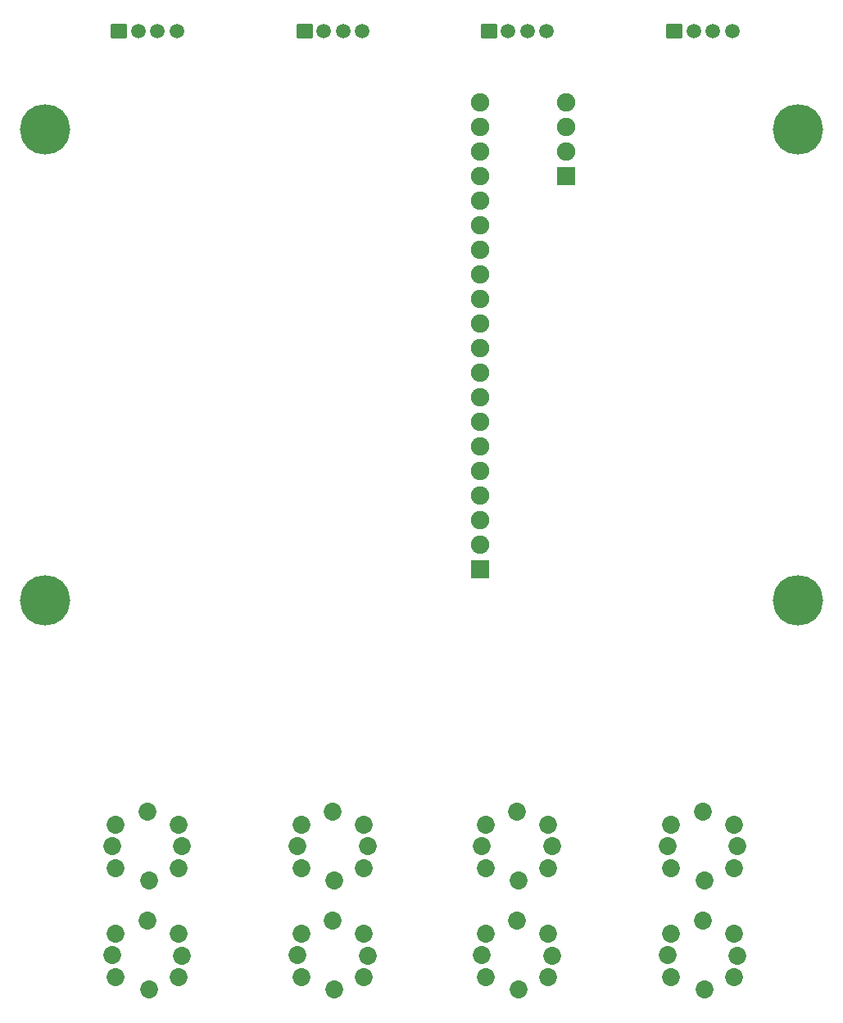
<source format=gbs>
G04 Layer: BottomSolderMaskLayer*
G04 EasyEDA v6.5.29, 2023-07-18 10:40:53*
G04 4c059b13f8394eaabd7c1ccd551ef848,5a6b42c53f6a479593ecc07194224c93,10*
G04 Gerber Generator version 0.2*
G04 Scale: 100 percent, Rotated: No, Reflected: No *
G04 Dimensions in millimeters *
G04 leading zeros omitted , absolute positions ,4 integer and 5 decimal *
%FSLAX45Y45*%
%MOMM*%

%AMMACRO1*1,1,$1,$2,$3*1,1,$1,$4,$5*1,1,$1,0-$2,0-$3*1,1,$1,0-$4,0-$5*20,1,$1,$2,$3,$4,$5,0*20,1,$1,$4,$5,0-$2,0-$3,0*20,1,$1,0-$2,0-$3,0-$4,0-$5,0*20,1,$1,0-$4,0-$5,$2,$3,0*4,1,4,$2,$3,$4,$5,0-$2,0-$3,0-$4,0-$5,$2,$3,0*%
%ADD10C,1.9016*%
%ADD11MACRO1,0.1016X0.85X0.9X0.85X-0.9*%
%ADD12MACRO1,0.1016X0.9X-0.9X0.9X0.9*%
%ADD13C,1.8532*%
%ADD14C,1.5016*%
%ADD15MACRO1,0.1016X-0.762X0.7X0.762X0.7*%
%ADD16C,5.2032*%

%LPD*%
D10*
G01*
X6021095Y10153192D03*
D11*
G01*
X6021094Y9391192D03*
D10*
G01*
X6021095Y9645192D03*
G01*
X6021095Y9899192D03*
G01*
X5132095Y10153192D03*
D12*
G01*
X5132095Y5327192D03*
D10*
G01*
X5132095Y5581192D03*
G01*
X5132095Y5835192D03*
G01*
X5132095Y6089192D03*
G01*
X5132095Y6343192D03*
G01*
X5132095Y6597192D03*
G01*
X5132095Y6851192D03*
G01*
X5132095Y7105192D03*
G01*
X5132095Y7359192D03*
G01*
X5132095Y7613192D03*
G01*
X5132095Y7867192D03*
G01*
X5132095Y8121192D03*
G01*
X5132095Y8375192D03*
G01*
X5132095Y8629192D03*
G01*
X5132095Y8883192D03*
G01*
X5132095Y9137192D03*
G01*
X5132095Y9391192D03*
G01*
X5132095Y9645192D03*
G01*
X5132095Y9899192D03*
D13*
G01*
X2019300Y2235200D03*
G01*
X1369288Y2235200D03*
G01*
X2019300Y2685211D03*
G01*
X1369288Y2685211D03*
G01*
X1694306Y2820187D03*
G01*
X2054301Y2460193D03*
G01*
X1714500Y2108200D03*
G01*
X1333500Y2463800D03*
G01*
X3937000Y2235200D03*
G01*
X3286988Y2235200D03*
G01*
X3937000Y2685211D03*
G01*
X3286988Y2685211D03*
G01*
X3612006Y2820187D03*
G01*
X3972001Y2460193D03*
G01*
X3632200Y2108200D03*
G01*
X3251200Y2463800D03*
G01*
X5842000Y2235200D03*
G01*
X5191988Y2235200D03*
G01*
X5842000Y2685211D03*
G01*
X5191988Y2685211D03*
G01*
X5517006Y2820187D03*
G01*
X5877001Y2460193D03*
G01*
X5537200Y2108200D03*
G01*
X5156200Y2463800D03*
G01*
X7759700Y2235200D03*
G01*
X7109688Y2235200D03*
G01*
X7759700Y2685211D03*
G01*
X7109688Y2685211D03*
G01*
X7434706Y2820187D03*
G01*
X7794701Y2460193D03*
G01*
X7454900Y2108200D03*
G01*
X7073900Y2463800D03*
G01*
X2019300Y1104900D03*
G01*
X1369288Y1104900D03*
G01*
X2019300Y1554911D03*
G01*
X1369288Y1554911D03*
G01*
X1694306Y1689887D03*
G01*
X2054301Y1329893D03*
G01*
X1714500Y977900D03*
G01*
X1333500Y1333500D03*
G01*
X3937000Y1104900D03*
G01*
X3286988Y1104900D03*
G01*
X3937000Y1554911D03*
G01*
X3286988Y1554911D03*
G01*
X3612006Y1689887D03*
G01*
X3972001Y1329893D03*
G01*
X3632200Y977900D03*
G01*
X3251200Y1333500D03*
G01*
X5842000Y1104900D03*
G01*
X5191988Y1104900D03*
G01*
X5842000Y1554911D03*
G01*
X5191988Y1554911D03*
G01*
X5517006Y1689887D03*
G01*
X5877001Y1329893D03*
G01*
X5537200Y977900D03*
G01*
X5156200Y1333500D03*
G01*
X7759700Y1104900D03*
G01*
X7109688Y1104900D03*
G01*
X7759700Y1554911D03*
G01*
X7109688Y1554911D03*
G01*
X7434706Y1689887D03*
G01*
X7794701Y1329893D03*
G01*
X7454900Y977900D03*
G01*
X7073900Y1333500D03*
D14*
G01*
X3919499Y10883900D03*
G01*
X3719499Y10883900D03*
G01*
X3519500Y10883900D03*
D15*
G01*
X3319500Y10883900D03*
D14*
G01*
X5824499Y10883900D03*
G01*
X5624499Y10883900D03*
G01*
X5424500Y10883900D03*
D15*
G01*
X5224500Y10883900D03*
D14*
G01*
X7742199Y10883900D03*
G01*
X7542199Y10883900D03*
G01*
X7342200Y10883900D03*
D15*
G01*
X7142200Y10883900D03*
D14*
G01*
X2001799Y10883900D03*
G01*
X1801799Y10883900D03*
G01*
X1601800Y10883900D03*
D15*
G01*
X1401800Y10883900D03*
D16*
G01*
X8421395Y9873792D03*
G01*
X641400Y9873792D03*
G01*
X8421395Y5003800D03*
G01*
X641400Y5003800D03*
M02*

</source>
